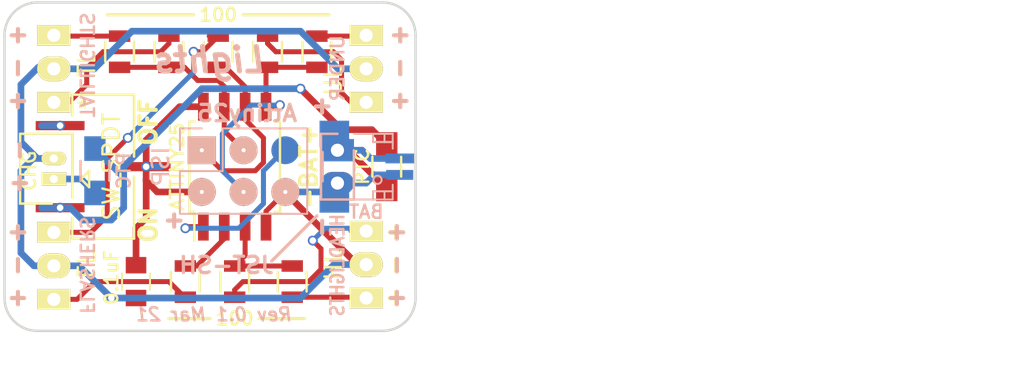
<source format=kicad_pcb>
(kicad_pcb (version 4) (host pcbnew 4.0.2+dfsg1-stable)

  (general
    (links 39)
    (no_connects 0)
    (area 143.924999 85.924999 169.075001 106.075001)
    (thickness 1.6)
    (drawings 37)
    (tracks 172)
    (zones 0)
    (modules 21)
    (nets 21)
  )

  (page A)
  (title_block
    (title "Beetje 32U4 Blok")
    (date 2018-08-10)
    (rev 0.0)
    (company www.MakersBox.us)
    (comment 1 648.ken@gmail.com)
  )

  (layers
    (0 F.Cu signal)
    (31 B.Cu signal)
    (32 B.Adhes user)
    (33 F.Adhes user)
    (34 B.Paste user)
    (35 F.Paste user)
    (36 B.SilkS user)
    (37 F.SilkS user)
    (38 B.Mask user)
    (39 F.Mask user)
    (40 Dwgs.User user)
    (41 Cmts.User user)
    (42 Eco1.User user)
    (43 Eco2.User user)
    (44 Edge.Cuts user)
    (45 Margin user)
    (46 B.CrtYd user)
    (47 F.CrtYd user)
    (48 B.Fab user)
    (49 F.Fab user)
  )

  (setup
    (last_trace_width 0.25)
    (user_trace_width 0.254)
    (user_trace_width 0.3048)
    (user_trace_width 0.4064)
    (user_trace_width 0.6096)
    (trace_clearance 0.2)
    (zone_clearance 0.508)
    (zone_45_only no)
    (trace_min 0.2)
    (segment_width 0.2)
    (edge_width 0.15)
    (via_size 0.6)
    (via_drill 0.4)
    (via_min_size 0.4)
    (via_min_drill 0.3)
    (uvia_size 0.3)
    (uvia_drill 0.1)
    (uvias_allowed no)
    (uvia_min_size 0.2)
    (uvia_min_drill 0.1)
    (pcb_text_width 0.3)
    (pcb_text_size 1.5 1.5)
    (mod_edge_width 0.15)
    (mod_text_size 1 1)
    (mod_text_width 0.15)
    (pad_size 2 1.35)
    (pad_drill 0.8)
    (pad_to_mask_clearance 0)
    (aux_axis_origin 0 0)
    (visible_elements 7FFFFFFF)
    (pcbplotparams
      (layerselection 0x00030_80000001)
      (usegerberextensions false)
      (excludeedgelayer true)
      (linewidth 0.100000)
      (plotframeref false)
      (viasonmask false)
      (mode 1)
      (useauxorigin false)
      (hpglpennumber 1)
      (hpglpenspeed 20)
      (hpglpendiameter 15)
      (hpglpenoverlay 2)
      (psnegative false)
      (psa4output false)
      (plotreference true)
      (plotvalue true)
      (plotinvisibletext false)
      (padsonsilk false)
      (subtractmaskfromsilk false)
      (outputformat 1)
      (mirror false)
      (drillshape 1)
      (scaleselection 1)
      (outputdirectory ""))
  )

  (net 0 "")
  (net 1 GND)
  (net 2 "Net-(J6-Pad1)")
  (net 3 "Net-(J8-Pad1)")
  (net 4 VCC)
  (net 5 /RESET)
  (net 6 /D1)
  (net 7 /D2)
  (net 8 /D0)
  (net 9 /D3)
  (net 10 /D4)
  (net 11 "Net-(J2-Pad1)")
  (net 12 "Net-(J4-Pad1)")
  (net 13 "Net-(J2-Pad3)")
  (net 14 "Net-(J4-Pad3)")
  (net 15 "Net-(J6-Pad3)")
  (net 16 "Net-(J8-Pad3)")
  (net 17 "Net-(SW1-Pad1)")
  (net 18 "Net-(F1-Pad1)")
  (net 19 "Net-(F1-Pad2)")
  (net 20 "Net-(F2-Pad1)")

  (net_class Default "This is the default net class."
    (clearance 0.2)
    (trace_width 0.25)
    (via_dia 0.6)
    (via_drill 0.4)
    (uvia_dia 0.3)
    (uvia_drill 0.1)
    (add_net /D0)
    (add_net /D1)
    (add_net /D2)
    (add_net /D3)
    (add_net /D4)
    (add_net /RESET)
    (add_net GND)
    (add_net "Net-(F1-Pad1)")
    (add_net "Net-(F1-Pad2)")
    (add_net "Net-(F2-Pad1)")
    (add_net "Net-(J2-Pad1)")
    (add_net "Net-(J2-Pad3)")
    (add_net "Net-(J4-Pad1)")
    (add_net "Net-(J4-Pad3)")
    (add_net "Net-(J6-Pad1)")
    (add_net "Net-(J6-Pad3)")
    (add_net "Net-(J8-Pad1)")
    (add_net "Net-(J8-Pad3)")
    (add_net "Net-(SW1-Pad1)")
    (add_net VCC)
  )

  (module footprints:PIN_HEADER_LED (layer B.Cu) (tedit 6041CF37) (tstamp 60357F5B)
    (at 164.25 95 180)
    (descr "Through hole straight pin header, 1x02, 2.00mm pitch, single row")
    (tags "Through hole pin header THT 1x02 2.00mm single row")
    (path /60347008)
    (fp_text reference J3 (at 0 2.06 180) (layer B.SilkS) hide
      (effects (font (size 1 1) (thickness 0.15)) (justify mirror))
    )
    (fp_text value BAT (at -1.75 -3.75 180) (layer B.SilkS)
      (effects (font (size 0.8 0.8) (thickness 0.15)) (justify mirror))
    )
    (fp_line (start -1 0) (end -1 -3) (layer B.SilkS) (width 0.15))
    (fp_line (start -1 -3) (end 1 -3) (layer B.SilkS) (width 0.15))
    (fp_line (start 1 -3) (end 1 1) (layer B.SilkS) (width 0.15))
    (fp_line (start 1 1) (end 0 1) (layer B.SilkS) (width 0.15))
    (fp_line (start -0.5 1) (end 1 1) (layer B.Fab) (width 0.1))
    (fp_line (start 1 1) (end 1 -3) (layer B.Fab) (width 0.1))
    (fp_line (start 1 -3) (end -1 -3) (layer B.Fab) (width 0.1))
    (fp_line (start -1 -3) (end -1 0.5) (layer B.Fab) (width 0.1))
    (fp_line (start -1 0.5) (end -0.5 1) (layer B.Fab) (width 0.1))
    (fp_line (start -1.5 1.5) (end -1.5 -3.5) (layer B.CrtYd) (width 0.05))
    (fp_line (start -1.5 -3.5) (end 1.5 -3.5) (layer B.CrtYd) (width 0.05))
    (fp_line (start 1.5 -3.5) (end 1.5 1.5) (layer B.CrtYd) (width 0.05))
    (fp_line (start 1.5 1.5) (end -1.5 1.5) (layer B.CrtYd) (width 0.05))
    (fp_text user %R (at 0 -1 450) (layer B.Fab)
      (effects (font (size 1 1) (thickness 0.15)) (justify mirror))
    )
    (pad 1 thru_hole rect (at 0 0 180) (size 2 1.35) (drill 0.8) (layers *.Cu *.Mask)
      (net 18 "Net-(F1-Pad1)"))
    (pad 2 thru_hole oval (at 0 -2 180) (size 2 1.35) (drill 0.8) (layers *.Cu *.Mask)
      (net 1 GND))
    (model ${KISYS3DMOD}/Pin_Headers.3dshapes/Pin_Header_Straight_1x02_Pitch2.00mm.wrl
      (at (xyz 0 0 0))
      (scale (xyz 1 1 1))
      (rotate (xyz 0 0 0))
    )
  )

  (module footprints:JST_SH_SM02B_hand_solder (layer B.Cu) (tedit 6041D3AA) (tstamp 60425510)
    (at 166 96 90)
    (descr http://www.jst-mfg.com/product/pdf/eng/eSH.pdf)
    (tags "connector jst sh")
    (path /6041C3A6)
    (attr smd)
    (fp_text reference J5 (at -0.5 4 90) (layer B.SilkS) hide
      (effects (font (size 1 1) (thickness 0.15)) (justify mirror))
    )
    (fp_text value JST-SH (at 0 -4.5 90) (layer B.Fab)
      (effects (font (size 1 1) (thickness 0.15)) (justify mirror))
    )
    (fp_circle (center -0.8 0.6875) (end -0.55 0.6875) (layer B.SilkS) (width 0.12))
    (fp_line (start -0.9 -2.6375) (end 0.9 -2.6375) (layer B.SilkS) (width 0.12))
    (fp_line (start -2 -0.7375) (end -2 1.6125) (layer B.SilkS) (width 0.12))
    (fp_line (start -2 1.6125) (end -1.1 1.6125) (layer B.SilkS) (width 0.12))
    (fp_line (start -1.5 1.6125) (end -1.5 0.4125) (layer B.SilkS) (width 0.12))
    (fp_line (start -1.5 0.4125) (end -1.5 0.4125) (layer B.SilkS) (width 0.12))
    (fp_line (start -1.5 0.4125) (end -1.5 1.6125) (layer B.SilkS) (width 0.12))
    (fp_line (start -1.5 1.6125) (end -1.5 1.6125) (layer B.SilkS) (width 0.12))
    (fp_line (start -1.5 1.1125) (end -1.5 1.1125) (layer B.SilkS) (width 0.12))
    (fp_line (start -1.5 1.1125) (end -2 1.1125) (layer B.SilkS) (width 0.12))
    (fp_line (start -2 1.1125) (end -2 1.1125) (layer B.SilkS) (width 0.12))
    (fp_line (start -2 1.1125) (end -1.5 1.1125) (layer B.SilkS) (width 0.12))
    (fp_line (start -1.5 0.4125) (end -1.5 0.4125) (layer B.SilkS) (width 0.12))
    (fp_line (start -1.5 0.4125) (end -2 0.4125) (layer B.SilkS) (width 0.12))
    (fp_line (start -2 0.4125) (end -2 0.4125) (layer B.SilkS) (width 0.12))
    (fp_line (start -2 0.4125) (end -1.5 0.4125) (layer B.SilkS) (width 0.12))
    (fp_line (start 2 -0.7375) (end 2 1.6125) (layer B.SilkS) (width 0.12))
    (fp_line (start 2 1.6125) (end 1.1 1.6125) (layer B.SilkS) (width 0.12))
    (fp_line (start 1.5 1.6125) (end 1.5 0.4125) (layer B.SilkS) (width 0.12))
    (fp_line (start 1.5 0.4125) (end 1.5 0.4125) (layer B.SilkS) (width 0.12))
    (fp_line (start 1.5 0.4125) (end 1.5 1.6125) (layer B.SilkS) (width 0.12))
    (fp_line (start 1.5 1.6125) (end 1.5 1.6125) (layer B.SilkS) (width 0.12))
    (fp_line (start 1.5 1.1125) (end 1.5 1.1125) (layer B.SilkS) (width 0.12))
    (fp_line (start 1.5 1.1125) (end 2 1.1125) (layer B.SilkS) (width 0.12))
    (fp_line (start 2 1.1125) (end 2 1.1125) (layer B.SilkS) (width 0.12))
    (fp_line (start 2 1.1125) (end 1.5 1.1125) (layer B.SilkS) (width 0.12))
    (fp_line (start 1.5 0.4125) (end 1.5 0.4125) (layer B.SilkS) (width 0.12))
    (fp_line (start 1.5 0.4125) (end 2 0.4125) (layer B.SilkS) (width 0.12))
    (fp_line (start 2 0.4125) (end 2 0.4125) (layer B.SilkS) (width 0.12))
    (fp_line (start 2 0.4125) (end 1.5 0.4125) (layer B.SilkS) (width 0.12))
    (fp_line (start -2.9 -3.35) (end -2.9 3.25) (layer B.CrtYd) (width 0.05))
    (fp_line (start -2.9 3.25) (end 2.9 3.25) (layer B.CrtYd) (width 0.05))
    (fp_line (start 2.9 3.25) (end 2.9 -3.35) (layer B.CrtYd) (width 0.05))
    (fp_line (start 2.9 -3.35) (end -2.9 -3.35) (layer B.CrtYd) (width 0.05))
    (pad 1 smd rect (at -0.5 2.0375 90) (size 0.6 1.65) (layers B.Cu B.Paste B.Mask)
      (net 1 GND))
    (pad 2 smd rect (at 0.5 2.0375 90) (size 0.6 1.75) (layers B.Cu B.Paste B.Mask)
      (net 18 "Net-(F1-Pad1)"))
    (pad 1 smd rect (at -2 -1.9375 90) (size 1.6 1.8) (layers B.Cu B.Paste B.Mask)
      (net 1 GND))
    (pad 2 smd rect (at 2 -1.9375 90) (size 1.6 1.8) (layers B.Cu B.Paste B.Mask)
      (net 18 "Net-(F1-Pad1)"))
  )

  (module footprints:R_0805 (layer F.Cu) (tedit 60346D15) (tstamp 603339E8)
    (at 151 89 90)
    (descr "Resistor SMD 0805, reflow soldering, Vishay (see dcrcw.pdf)")
    (tags "resistor 0805")
    (path /5EA72640)
    (attr smd)
    (fp_text reference R1 (at 0 -2.1 90) (layer F.Fab)
      (effects (font (size 1 1) (thickness 0.15)))
    )
    (fp_text value 100 (at 0 2.1 90) (layer F.SilkS) hide
      (effects (font (size 0.8 0.8) (thickness 0.15)))
    )
    (fp_line (start -1.6 -1) (end 1.6 -1) (layer F.CrtYd) (width 0.05))
    (fp_line (start -1.6 1) (end 1.6 1) (layer F.CrtYd) (width 0.05))
    (fp_line (start -1.6 -1) (end -1.6 1) (layer F.CrtYd) (width 0.05))
    (fp_line (start 1.6 -1) (end 1.6 1) (layer F.CrtYd) (width 0.05))
    (fp_line (start 0.6 0.875) (end -0.6 0.875) (layer F.SilkS) (width 0.15))
    (fp_line (start -0.6 -0.875) (end 0.6 -0.875) (layer F.SilkS) (width 0.15))
    (pad 1 smd rect (at -0.95 0 90) (size 0.7 1.3) (layers F.Cu F.Paste F.Mask)
      (net 7 /D2))
    (pad 2 smd rect (at 0.95 0 90) (size 0.7 1.3) (layers F.Cu F.Paste F.Mask)
      (net 11 "Net-(J2-Pad1)"))
    (model Resistors_SMD.3dshapes/R_0805.wrl
      (at (xyz 0 0 0))
      (scale (xyz 1 1 1))
      (rotate (xyz 0 0 0))
    )
  )

  (module footprints:R_0805 (layer F.Cu) (tedit 60346CF3) (tstamp 60333A5F)
    (at 155 103 270)
    (descr "Resistor SMD 0805, reflow soldering, Vishay (see dcrcw.pdf)")
    (tags "resistor 0805")
    (path /6033C148)
    (attr smd)
    (fp_text reference R8 (at 0 -2.1 270) (layer F.Fab)
      (effects (font (size 1 1) (thickness 0.15)))
    )
    (fp_text value 100 (at 0 2.1 270) (layer F.SilkS) hide
      (effects (font (size 0.8 0.8) (thickness 0.15)))
    )
    (fp_line (start -1.6 -1) (end 1.6 -1) (layer F.CrtYd) (width 0.05))
    (fp_line (start -1.6 1) (end 1.6 1) (layer F.CrtYd) (width 0.05))
    (fp_line (start -1.6 -1) (end -1.6 1) (layer F.CrtYd) (width 0.05))
    (fp_line (start 1.6 -1) (end 1.6 1) (layer F.CrtYd) (width 0.05))
    (fp_line (start 0.6 0.875) (end -0.6 0.875) (layer F.SilkS) (width 0.15))
    (fp_line (start -0.6 -0.875) (end 0.6 -0.875) (layer F.SilkS) (width 0.15))
    (pad 1 smd rect (at -0.95 0 270) (size 0.7 1.3) (layers F.Cu F.Paste F.Mask)
      (net 9 /D3))
    (pad 2 smd rect (at 0.95 0 270) (size 0.7 1.3) (layers F.Cu F.Paste F.Mask)
      (net 16 "Net-(J8-Pad3)"))
    (model Resistors_SMD.3dshapes/R_0805.wrl
      (at (xyz 0 0 0))
      (scale (xyz 1 1 1))
      (rotate (xyz 0 0 0))
    )
  )

  (module footprints:R_0805 (layer F.Cu) (tedit 60346D18) (tstamp 60333A4E)
    (at 157 89 90)
    (descr "Resistor SMD 0805, reflow soldering, Vishay (see dcrcw.pdf)")
    (tags "resistor 0805")
    (path /6033C142)
    (attr smd)
    (fp_text reference R7 (at 0 -2.1 90) (layer F.Fab)
      (effects (font (size 1 1) (thickness 0.15)))
    )
    (fp_text value 100 (at 0 2.1 90) (layer F.SilkS) hide
      (effects (font (size 0.8 0.8) (thickness 0.15)))
    )
    (fp_line (start -1.6 -1) (end 1.6 -1) (layer F.CrtYd) (width 0.05))
    (fp_line (start -1.6 1) (end 1.6 1) (layer F.CrtYd) (width 0.05))
    (fp_line (start -1.6 -1) (end -1.6 1) (layer F.CrtYd) (width 0.05))
    (fp_line (start 1.6 -1) (end 1.6 1) (layer F.CrtYd) (width 0.05))
    (fp_line (start 0.6 0.875) (end -0.6 0.875) (layer F.SilkS) (width 0.15))
    (fp_line (start -0.6 -0.875) (end 0.6 -0.875) (layer F.SilkS) (width 0.15))
    (pad 1 smd rect (at -0.95 0 90) (size 0.7 1.3) (layers F.Cu F.Paste F.Mask)
      (net 6 /D1))
    (pad 2 smd rect (at 0.95 0 90) (size 0.7 1.3) (layers F.Cu F.Paste F.Mask)
      (net 3 "Net-(J8-Pad1)"))
    (model Resistors_SMD.3dshapes/R_0805.wrl
      (at (xyz 0 0 0))
      (scale (xyz 1 1 1))
      (rotate (xyz 0 0 0))
    )
  )

  (module footprints:R_0805 (layer F.Cu) (tedit 60346D1C) (tstamp 60333A3D)
    (at 160 89 90)
    (descr "Resistor SMD 0805, reflow soldering, Vishay (see dcrcw.pdf)")
    (tags "resistor 0805")
    (path /6033C13C)
    (attr smd)
    (fp_text reference R6 (at 0 -2.1 90) (layer F.Fab)
      (effects (font (size 1 1) (thickness 0.15)))
    )
    (fp_text value 100 (at 0 2.1 90) (layer F.SilkS) hide
      (effects (font (size 0.8 0.8) (thickness 0.15)))
    )
    (fp_line (start -1.6 -1) (end 1.6 -1) (layer F.CrtYd) (width 0.05))
    (fp_line (start -1.6 1) (end 1.6 1) (layer F.CrtYd) (width 0.05))
    (fp_line (start -1.6 -1) (end -1.6 1) (layer F.CrtYd) (width 0.05))
    (fp_line (start 1.6 -1) (end 1.6 1) (layer F.CrtYd) (width 0.05))
    (fp_line (start 0.6 0.875) (end -0.6 0.875) (layer F.SilkS) (width 0.15))
    (fp_line (start -0.6 -0.875) (end 0.6 -0.875) (layer F.SilkS) (width 0.15))
    (pad 1 smd rect (at -0.95 0 90) (size 0.7 1.3) (layers F.Cu F.Paste F.Mask)
      (net 8 /D0))
    (pad 2 smd rect (at 0.95 0 90) (size 0.7 1.3) (layers F.Cu F.Paste F.Mask)
      (net 15 "Net-(J6-Pad3)"))
    (model Resistors_SMD.3dshapes/R_0805.wrl
      (at (xyz 0 0 0))
      (scale (xyz 1 1 1))
      (rotate (xyz 0 0 0))
    )
  )

  (module footprints:R_0805 (layer F.Cu) (tedit 60346DAF) (tstamp 60333A2C)
    (at 163 89 90)
    (descr "Resistor SMD 0805, reflow soldering, Vishay (see dcrcw.pdf)")
    (tags "resistor 0805")
    (path /6033C136)
    (attr smd)
    (fp_text reference R5 (at 0 -2.1 90) (layer F.Fab)
      (effects (font (size 1 1) (thickness 0.15)))
    )
    (fp_text value 100 (at 0 2.1 90) (layer F.SilkS) hide
      (effects (font (size 0.8 0.8) (thickness 0.15)))
    )
    (fp_line (start -1.6 -1) (end 1.6 -1) (layer F.CrtYd) (width 0.05))
    (fp_line (start -1.6 1) (end 1.6 1) (layer F.CrtYd) (width 0.05))
    (fp_line (start -1.6 -1) (end -1.6 1) (layer F.CrtYd) (width 0.05))
    (fp_line (start 1.6 -1) (end 1.6 1) (layer F.CrtYd) (width 0.05))
    (fp_line (start 0.6 0.875) (end -0.6 0.875) (layer F.SilkS) (width 0.15))
    (fp_line (start -0.6 -0.875) (end 0.6 -0.875) (layer F.SilkS) (width 0.15))
    (pad 1 smd rect (at -0.95 0 90) (size 0.7 1.3) (layers F.Cu F.Paste F.Mask)
      (net 8 /D0))
    (pad 2 smd rect (at 0.95 0 90) (size 0.7 1.3) (layers F.Cu F.Paste F.Mask)
      (net 2 "Net-(J6-Pad1)"))
    (model Resistors_SMD.3dshapes/R_0805.wrl
      (at (xyz 0 0 0))
      (scale (xyz 1 1 1))
      (rotate (xyz 0 0 0))
    )
  )

  (module footprints:R_0805 (layer F.Cu) (tedit 60346CE8) (tstamp 60333A1B)
    (at 158 103 270)
    (descr "Resistor SMD 0805, reflow soldering, Vishay (see dcrcw.pdf)")
    (tags "resistor 0805")
    (path /5EA727AD)
    (attr smd)
    (fp_text reference R4 (at 0 -2.1 270) (layer F.Fab)
      (effects (font (size 1 1) (thickness 0.15)))
    )
    (fp_text value 100 (at 2.25 0 360) (layer F.SilkS)
      (effects (font (size 0.8 0.8) (thickness 0.15)))
    )
    (fp_line (start -1.6 -1) (end 1.6 -1) (layer F.CrtYd) (width 0.05))
    (fp_line (start -1.6 1) (end 1.6 1) (layer F.CrtYd) (width 0.05))
    (fp_line (start -1.6 -1) (end -1.6 1) (layer F.CrtYd) (width 0.05))
    (fp_line (start 1.6 -1) (end 1.6 1) (layer F.CrtYd) (width 0.05))
    (fp_line (start 0.6 0.875) (end -0.6 0.875) (layer F.SilkS) (width 0.15))
    (fp_line (start -0.6 -0.875) (end 0.6 -0.875) (layer F.SilkS) (width 0.15))
    (pad 1 smd rect (at -0.95 0 270) (size 0.7 1.3) (layers F.Cu F.Paste F.Mask)
      (net 10 /D4))
    (pad 2 smd rect (at 0.95 0 270) (size 0.7 1.3) (layers F.Cu F.Paste F.Mask)
      (net 14 "Net-(J4-Pad3)"))
    (model Resistors_SMD.3dshapes/R_0805.wrl
      (at (xyz 0 0 0))
      (scale (xyz 1 1 1))
      (rotate (xyz 0 0 0))
    )
  )

  (module footprints:R_0805 (layer F.Cu) (tedit 60346CEE) (tstamp 60333A0A)
    (at 161.5 103 270)
    (descr "Resistor SMD 0805, reflow soldering, Vishay (see dcrcw.pdf)")
    (tags "resistor 0805")
    (path /5EA72763)
    (attr smd)
    (fp_text reference R3 (at 0 -2.1 270) (layer F.Fab)
      (effects (font (size 1 1) (thickness 0.15)))
    )
    (fp_text value 100 (at 0 2.1 270) (layer F.SilkS) hide
      (effects (font (size 0.8 0.8) (thickness 0.15)))
    )
    (fp_line (start -1.6 -1) (end 1.6 -1) (layer F.CrtYd) (width 0.05))
    (fp_line (start -1.6 1) (end 1.6 1) (layer F.CrtYd) (width 0.05))
    (fp_line (start -1.6 -1) (end -1.6 1) (layer F.CrtYd) (width 0.05))
    (fp_line (start 1.6 -1) (end 1.6 1) (layer F.CrtYd) (width 0.05))
    (fp_line (start 0.6 0.875) (end -0.6 0.875) (layer F.SilkS) (width 0.15))
    (fp_line (start -0.6 -0.875) (end 0.6 -0.875) (layer F.SilkS) (width 0.15))
    (pad 1 smd rect (at -0.95 0 270) (size 0.7 1.3) (layers F.Cu F.Paste F.Mask)
      (net 10 /D4))
    (pad 2 smd rect (at 0.95 0 270) (size 0.7 1.3) (layers F.Cu F.Paste F.Mask)
      (net 12 "Net-(J4-Pad1)"))
    (model Resistors_SMD.3dshapes/R_0805.wrl
      (at (xyz 0 0 0))
      (scale (xyz 1 1 1))
      (rotate (xyz 0 0 0))
    )
  )

  (module footprints:R_0805 (layer F.Cu) (tedit 60346D10) (tstamp 603339F9)
    (at 154 89 90)
    (descr "Resistor SMD 0805, reflow soldering, Vishay (see dcrcw.pdf)")
    (tags "resistor 0805")
    (path /5EA726D2)
    (attr smd)
    (fp_text reference R2 (at 0 -2.1 90) (layer F.Fab)
      (effects (font (size 1 1) (thickness 0.15)))
    )
    (fp_text value 100 (at 2.25 3 180) (layer F.SilkS)
      (effects (font (size 0.8 0.8) (thickness 0.15)))
    )
    (fp_line (start -1.6 -1) (end 1.6 -1) (layer F.CrtYd) (width 0.05))
    (fp_line (start -1.6 1) (end 1.6 1) (layer F.CrtYd) (width 0.05))
    (fp_line (start -1.6 -1) (end -1.6 1) (layer F.CrtYd) (width 0.05))
    (fp_line (start 1.6 -1) (end 1.6 1) (layer F.CrtYd) (width 0.05))
    (fp_line (start 0.6 0.875) (end -0.6 0.875) (layer F.SilkS) (width 0.15))
    (fp_line (start -0.6 -0.875) (end 0.6 -0.875) (layer F.SilkS) (width 0.15))
    (pad 1 smd rect (at -0.95 0 90) (size 0.7 1.3) (layers F.Cu F.Paste F.Mask)
      (net 7 /D2))
    (pad 2 smd rect (at 0.95 0 90) (size 0.7 1.3) (layers F.Cu F.Paste F.Mask)
      (net 13 "Net-(J2-Pad3)"))
    (model Resistors_SMD.3dshapes/R_0805.wrl
      (at (xyz 0 0 0))
      (scale (xyz 1 1 1))
      (rotate (xyz 0 0 0))
    )
  )

  (module footprints:C_0805 (layer F.Cu) (tedit 6041C16D) (tstamp 603338D2)
    (at 152 103 270)
    (descr "Capacitor SMD 0805, reflow soldering, AVX (see smccp.pdf)")
    (tags "capacitor 0805")
    (path /5B77416F)
    (attr smd)
    (fp_text reference C1 (at 1.25 1.5 270) (layer F.SilkS) hide
      (effects (font (size 1 1) (thickness 0.15)))
    )
    (fp_text value 0.1uF (at -0.25 1.5 450) (layer F.SilkS)
      (effects (font (size 0.8 0.8) (thickness 0.15)))
    )
    (fp_text user %R (at 0 -1.5 270) (layer F.Fab)
      (effects (font (size 1 1) (thickness 0.15)))
    )
    (fp_line (start -1 0.62) (end -1 -0.62) (layer F.Fab) (width 0.1))
    (fp_line (start 1 0.62) (end -1 0.62) (layer F.Fab) (width 0.1))
    (fp_line (start 1 -0.62) (end 1 0.62) (layer F.Fab) (width 0.1))
    (fp_line (start -1 -0.62) (end 1 -0.62) (layer F.Fab) (width 0.1))
    (fp_line (start 0.5 -0.85) (end -0.5 -0.85) (layer F.SilkS) (width 0.12))
    (fp_line (start -0.5 0.85) (end 0.5 0.85) (layer F.SilkS) (width 0.12))
    (fp_line (start -1.75 -0.88) (end 1.75 -0.88) (layer F.CrtYd) (width 0.05))
    (fp_line (start -1.75 -0.88) (end -1.75 0.87) (layer F.CrtYd) (width 0.05))
    (fp_line (start 1.75 0.87) (end 1.75 -0.88) (layer F.CrtYd) (width 0.05))
    (fp_line (start 1.75 0.87) (end -1.75 0.87) (layer F.CrtYd) (width 0.05))
    (pad 1 smd rect (at -1 0 270) (size 1 1.25) (layers F.Cu F.Paste F.Mask)
      (net 4 VCC))
    (pad 2 smd rect (at 1 0 270) (size 1 1.25) (layers F.Cu F.Paste F.Mask)
      (net 1 GND))
    (model Capacitors_SMD.3dshapes/C_0805.wrl
      (at (xyz 0 0 0))
      (scale (xyz 1 1 1))
      (rotate (xyz 0 0 0))
    )
  )

  (module footprints:Pin_Header_Straight_2x03_Pitch2.54mm (layer B.Cu) (tedit 6041C2EC) (tstamp 603338EE)
    (at 156 95 270)
    (descr "Through hole straight pin header, 2x03, 2.54mm pitch, double rows")
    (tags "Through hole pin header THT 2x03 2.54mm double row")
    (path /5ED19E25)
    (fp_text reference CON1 (at 1.27 2.33 270) (layer B.SilkS) hide
      (effects (font (size 1 1) (thickness 0.15)) (justify mirror))
    )
    (fp_text value ISP (at 1 2.5 270) (layer B.SilkS)
      (effects (font (size 1 1) (thickness 0.15)) (justify mirror))
    )
    (fp_line (start 0 1.27) (end 3.81 1.27) (layer B.Fab) (width 0.1))
    (fp_line (start 3.81 1.27) (end 3.81 -6.35) (layer B.Fab) (width 0.1))
    (fp_line (start 3.81 -6.35) (end -1.27 -6.35) (layer B.Fab) (width 0.1))
    (fp_line (start -1.27 -6.35) (end -1.27 0) (layer B.Fab) (width 0.1))
    (fp_line (start -1.27 0) (end 0 1.27) (layer B.Fab) (width 0.1))
    (fp_line (start -1.33 -6.41) (end 3.87 -6.41) (layer B.SilkS) (width 0.12))
    (fp_line (start -1.33 -1.27) (end -1.33 -6.41) (layer B.SilkS) (width 0.12))
    (fp_line (start 3.87 1.33) (end 3.87 -6.41) (layer B.SilkS) (width 0.12))
    (fp_line (start -1.33 -1.27) (end 1.27 -1.27) (layer B.SilkS) (width 0.12))
    (fp_line (start 1.27 -1.27) (end 1.27 1.33) (layer B.SilkS) (width 0.12))
    (fp_line (start 1.27 1.33) (end 3.87 1.33) (layer B.SilkS) (width 0.12))
    (fp_line (start -1.33 0) (end -1.33 1.33) (layer B.SilkS) (width 0.12))
    (fp_line (start -1.33 1.33) (end 0 1.33) (layer B.SilkS) (width 0.12))
    (fp_line (start -1.8 1.8) (end -1.8 -6.85) (layer B.CrtYd) (width 0.05))
    (fp_line (start -1.8 -6.85) (end 4.35 -6.85) (layer B.CrtYd) (width 0.05))
    (fp_line (start 4.35 -6.85) (end 4.35 1.8) (layer B.CrtYd) (width 0.05))
    (fp_line (start 4.35 1.8) (end -1.8 1.8) (layer B.CrtYd) (width 0.05))
    (fp_text user %R (at 1.27 -2.54 540) (layer B.Fab)
      (effects (font (size 1 1) (thickness 0.15)) (justify mirror))
    )
    (pad 1 thru_hole rect (at 0 0 270) (size 1.7 1.7) (drill 0.25) (layers *.Cu B.SilkS B.Mask)
      (net 6 /D1))
    (pad 2 thru_hole oval (at 2.54 0 270) (size 1.7 1.7) (drill 0.25) (layers *.Cu B.SilkS B.Mask)
      (net 4 VCC))
    (pad 3 thru_hole oval (at 0 -2.54 270) (size 1.7 1.7) (drill 0.25) (layers *.Cu B.SilkS B.Mask)
      (net 7 /D2))
    (pad 4 thru_hole oval (at 2.54 -2.54 270) (size 1.7 1.7) (drill 0.25) (layers *.Cu B.SilkS B.Mask)
      (net 8 /D0))
    (pad 5 smd oval (at 0 -5.08 270) (size 1.7 1.7) (layers B.Cu B.Paste B.Mask)
      (net 5 /RESET))
    (pad 6 thru_hole oval (at 2.54 -5.08 270) (size 1.7 1.7) (drill 0.25) (layers *.Cu B.SilkS B.Mask)
      (net 1 GND))
  )

  (module footprints:SOIJ-8_5.3x5.3mm_Pitch1.27mm (layer F.Cu) (tedit 60347634) (tstamp 60333905)
    (at 158 96 90)
    (descr "8-Lead Plastic Small Outline (SM) - Medium, 5.28 mm Body [SOIC] (see Microchip Packaging Specification 00000049BS.pdf)")
    (tags "SOIC 1.27")
    (path /60332EE4)
    (attr smd)
    (fp_text reference IC1 (at 0 -3.68 90) (layer F.SilkS) hide
      (effects (font (size 1 1) (thickness 0.15)))
    )
    (fp_text value ATTINY25 (at 0 -3.5 90) (layer F.SilkS)
      (effects (font (size 0.8 0.8) (thickness 0.15)))
    )
    (fp_line (start -4.75 -2.95) (end -4.75 2.95) (layer F.CrtYd) (width 0.05))
    (fp_line (start 4.75 -2.95) (end 4.75 2.95) (layer F.CrtYd) (width 0.05))
    (fp_line (start -4.75 -2.95) (end 4.75 -2.95) (layer F.CrtYd) (width 0.05))
    (fp_line (start -4.75 2.95) (end 4.75 2.95) (layer F.CrtYd) (width 0.05))
    (fp_line (start -2.75 -2.755) (end -2.75 -2.455) (layer F.SilkS) (width 0.15))
    (fp_line (start 2.75 -2.755) (end 2.75 -2.455) (layer F.SilkS) (width 0.15))
    (fp_line (start 2.75 2.755) (end 2.75 2.455) (layer F.SilkS) (width 0.15))
    (fp_line (start -2.75 2.755) (end -2.75 2.455) (layer F.SilkS) (width 0.15))
    (fp_line (start -2.75 -2.755) (end 2.75 -2.755) (layer F.SilkS) (width 0.15))
    (fp_line (start -2.75 2.755) (end 2.75 2.755) (layer F.SilkS) (width 0.15))
    (fp_line (start -2.75 -2.455) (end -4.5 -2.455) (layer F.SilkS) (width 0.15))
    (pad 1 smd rect (at -3.65 -1.905 90) (size 1.7 0.65) (layers F.Cu F.Paste F.Mask)
      (net 5 /RESET))
    (pad 2 smd rect (at -3.65 -0.635 90) (size 1.7 0.65) (layers F.Cu F.Paste F.Mask)
      (net 9 /D3))
    (pad 3 smd rect (at -3.65 0.635 90) (size 1.7 0.65) (layers F.Cu F.Paste F.Mask)
      (net 10 /D4))
    (pad 4 smd rect (at -3.65 1.905 90) (size 1.7 0.65) (layers F.Cu F.Paste F.Mask)
      (net 1 GND))
    (pad 5 smd rect (at 3.65 1.905 90) (size 1.7 0.65) (layers F.Cu F.Paste F.Mask)
      (net 8 /D0))
    (pad 6 smd rect (at 3.65 0.635 90) (size 1.7 0.65) (layers F.Cu F.Paste F.Mask)
      (net 6 /D1))
    (pad 7 smd rect (at 3.65 -0.635 90) (size 1.7 0.65) (layers F.Cu F.Paste F.Mask)
      (net 7 /D2))
    (pad 8 smd rect (at 3.65 -1.905 90) (size 1.7 0.65) (layers F.Cu F.Paste F.Mask)
      (net 4 VCC))
    (model Housings_SOIC.3dshapes/SOIJ-8_5.3x5.3mm_Pitch1.27mm.wrl
      (at (xyz 0 0 0))
      (scale (xyz 1 1 1))
      (rotate (xyz 0 0 0))
    )
  )

  (module footprints:Connector_Molex_PicoBlade_53047-0210 (layer F.Cu) (tedit 6041C13B) (tstamp 6033516F)
    (at 147 96.75 90)
    (descr "Molex PicoBlade 1.25mm shrouded header. Vertical. 2 ways")
    (path /5B7F07B5)
    (fp_text reference J1 (at 1 3.25 90) (layer F.SilkS) hide
      (effects (font (size 1 1) (thickness 0.15)))
    )
    (fp_text value CHG (at 0.5 -1.5 90) (layer F.SilkS)
      (effects (font (size 0.8 0.8) (thickness 0.15)))
    )
    (fp_line (start -1.5 -0.12) (end -1.5 -2.05) (layer F.SilkS) (width 0.15))
    (fp_line (start -1.5 -2.05) (end 2.75 -2.05) (layer F.SilkS) (width 0.15))
    (fp_line (start 2.75 -2.05) (end 2.75 1.15) (layer F.SilkS) (width 0.15))
    (fp_line (start 2.75 1.15) (end -0.23 1.15) (layer F.SilkS) (width 0.15))
    (fp_line (start 0 1.65) (end 0.5 2.15) (layer F.SilkS) (width 0.15))
    (fp_line (start 0.5 2.15) (end -0.5 2.15) (layer F.SilkS) (width 0.15))
    (fp_line (start -0.5 2.15) (end 0 1.65) (layer F.SilkS) (width 0.15))
    (fp_line (start -0.23 1.15) (end -1.5 -0.12) (layer F.Fab) (width 0.2))
    (fp_line (start -1.5 -0.12) (end -1.5 -2.05) (layer F.Fab) (width 0.2))
    (fp_line (start -1.5 -2.05) (end 2.75 -2.05) (layer F.Fab) (width 0.2))
    (fp_line (start 2.75 -2.05) (end 2.75 1.15) (layer F.Fab) (width 0.2))
    (fp_line (start 2.75 1.15) (end -0.23 1.15) (layer F.Fab) (width 0.2))
    (pad 1 thru_hole rect (at 0 0 90) (size 0.8 1.5) (drill 0.5) (layers *.Cu *.Mask F.SilkS)
      (net 20 "Net-(F2-Pad1)"))
    (pad 2 thru_hole oval (at 1.25 0 90) (size 0.8 1.5) (drill 0.5) (layers *.Cu *.Mask F.SilkS)
      (net 1 GND))
    (model Connectors_Molex.3dshapes/Connector_Molex_PicoBlade_53047-0210.wrl
      (at (xyz 0.024606 0 0))
      (scale (xyz 1 1 1))
      (rotate (xyz 0 0 180))
    )
  )

  (module footprints:JS102011SCQN (layer F.Cu) (tedit 6041C156) (tstamp 60333A88)
    (at 150 96)
    (path /5B9534D5)
    (fp_text reference SW1 (at 0 0) (layer F.SilkS) hide
      (effects (font (size 1 1) (thickness 0.15)))
    )
    (fp_text value SW_SPDT (at 0.5 0 270) (layer F.SilkS)
      (effects (font (size 1 1) (thickness 0.15)))
    )
    (fp_text user "Copyright 2016 Accelerated Designs. All rights reserved." (at 0 0) (layer Cmts.User)
      (effects (font (size 0.127 0.127) (thickness 0.002)))
    )
    (fp_text user * (at -1.25 -3.5) (layer F.SilkS)
      (effects (font (size 1 1) (thickness 0.15)))
    )
    (fp_text user * (at -1.3716 -2.6778) (layer F.Fab)
      (effects (font (size 1 1) (thickness 0.15)))
    )
    (fp_text user * (at -1.3716 -2.6778) (layer F.Fab)
      (effects (font (size 1 1) (thickness 0.15)))
    )
    (fp_text user * (at -1.25 -3.5) (layer F.SilkS)
      (effects (font (size 1 1) (thickness 0.15)))
    )
    (fp_line (start -1.7526 -2.246) (end -1.7526 -2.754) (layer F.Fab) (width 0.1524))
    (fp_line (start -1.7526 -2.754) (end -3.7465 -2.754) (layer F.Fab) (width 0.1524))
    (fp_line (start -3.7465 -2.754) (end -3.7465 -2.246) (layer F.Fab) (width 0.1524))
    (fp_line (start -3.7465 -2.246) (end -1.7526 -2.246) (layer F.Fab) (width 0.1524))
    (fp_line (start -1.7526 2.754) (end -1.7526 2.246) (layer F.Fab) (width 0.1524))
    (fp_line (start -1.7526 2.246) (end -3.7465 2.246) (layer F.Fab) (width 0.1524))
    (fp_line (start -3.7465 2.246) (end -3.7465 2.754) (layer F.Fab) (width 0.1524))
    (fp_line (start -3.7465 2.754) (end -1.7526 2.754) (layer F.Fab) (width 0.1524))
    (fp_line (start 1.7526 -0.254) (end 1.7526 0.254) (layer F.Fab) (width 0.1524))
    (fp_line (start 1.7526 0.254) (end 3.7465 0.254) (layer F.Fab) (width 0.1524))
    (fp_line (start 3.7465 0.254) (end 3.7465 -0.254) (layer F.Fab) (width 0.1524))
    (fp_line (start 3.7465 -0.254) (end 1.7526 -0.254) (layer F.Fab) (width 0.1524))
    (fp_line (start -0.8001 0.8001) (end -0.8001 -0.8001) (layer F.Fab) (width 0.1524))
    (fp_line (start -0.8001 -0.8001) (end 0.8001 -0.8001) (layer F.Fab) (width 0.1524))
    (fp_line (start 0.8001 -0.8001) (end 0.8001 0.8001) (layer F.Fab) (width 0.1524))
    (fp_line (start 0.8001 0.8001) (end -0.8001 0.8001) (layer F.Fab) (width 0.1524))
    (fp_line (start -1.8796 4.3815) (end 1.8796 4.3815) (layer F.SilkS) (width 0.1524))
    (fp_line (start 1.8796 4.3815) (end 1.8796 0.61214) (layer F.SilkS) (width 0.1524))
    (fp_line (start 1.8796 -4.3815) (end -1.8796 -4.3815) (layer F.SilkS) (width 0.1524))
    (fp_line (start -1.8796 -4.3815) (end -1.8796 -3.11214) (layer F.SilkS) (width 0.1524))
    (fp_line (start -1.7526 4.2545) (end 1.7526 4.2545) (layer F.Fab) (width 0.1524))
    (fp_line (start 1.7526 4.2545) (end 1.7526 -4.2545) (layer F.Fab) (width 0.1524))
    (fp_line (start 1.7526 -4.2545) (end -1.7526 -4.2545) (layer F.Fab) (width 0.1524))
    (fp_line (start -1.7526 -4.2545) (end -1.7526 4.2545) (layer F.Fab) (width 0.1524))
    (fp_line (start -1.8796 -1.88786) (end -1.8796 1.88786) (layer F.SilkS) (width 0.1524))
    (fp_line (start -1.8796 3.11214) (end -1.8796 4.3815) (layer F.SilkS) (width 0.1524))
    (fp_line (start 1.8796 -0.61214) (end 1.8796 -4.3815) (layer F.SilkS) (width 0.1524))
    (fp_line (start -2.0066 4.5085) (end -2.0066 3.008) (layer F.CrtYd) (width 0.1524))
    (fp_line (start -2.0066 3.008) (end -4.2545 3.008) (layer F.CrtYd) (width 0.1524))
    (fp_line (start -4.2545 3.008) (end -4.2545 -3.008) (layer F.CrtYd) (width 0.1524))
    (fp_line (start -4.2545 -3.008) (end -2.0066 -3.008) (layer F.CrtYd) (width 0.1524))
    (fp_line (start -2.0066 -3.008) (end -2.0066 -4.5085) (layer F.CrtYd) (width 0.1524))
    (fp_line (start -2.0066 -4.5085) (end 2.0066 -4.5085) (layer F.CrtYd) (width 0.1524))
    (fp_line (start 2.0066 -4.5085) (end 2.0066 -3.008) (layer F.CrtYd) (width 0.1524))
    (fp_line (start 2.0066 -3.008) (end 4.2545 -3.008) (layer F.CrtYd) (width 0.1524))
    (fp_line (start 4.2545 -3.008) (end 4.2545 3.008) (layer F.CrtYd) (width 0.1524))
    (fp_line (start 4.2545 3.008) (end 2.0066 3.008) (layer F.CrtYd) (width 0.1524))
    (fp_line (start 2.0066 3.008) (end 2.0066 4.5085) (layer F.CrtYd) (width 0.1524))
    (fp_line (start 2.0066 4.5085) (end -2.0066 4.5085) (layer F.CrtYd) (width 0.1524))
    (fp_arc (start 0 -4.2545) (end 0.3048 -4.2545) (angle 180) (layer F.Fab) (width 0.1524))
    (pad 1 smd rect (at -2.6162 -2.5) (size 2.9718 0.5588) (layers F.Cu F.Paste F.Mask)
      (net 17 "Net-(SW1-Pad1)"))
    (pad 3 smd rect (at -2.6162 2.5) (size 2.9718 0.5588) (layers F.Cu F.Paste F.Mask)
      (net 19 "Net-(F1-Pad2)"))
    (pad 2 smd rect (at 2.6162 0) (size 2.9718 0.5588) (layers F.Cu F.Paste F.Mask)
      (net 4 VCC))
  )

  (module footprints:Pin_Header_THD_1x03 (layer F.Cu) (tedit 603474E7) (tstamp 6034B440)
    (at 166 104 180)
    (descr "Through hole pin header")
    (tags "pin header")
    (path /6034517D)
    (fp_text reference J4 (at 0 -1 180) (layer F.Fab)
      (effects (font (size 1 1) (thickness 0.15)))
    )
    (fp_text value HL (at 2 2 270) (layer F.SilkS)
      (effects (font (size 1 1) (thickness 0.15)))
    )
    (fp_line (start -1.75 -1.75) (end -1.75 6.85) (layer F.CrtYd) (width 0.05))
    (fp_line (start 1.75 -1.75) (end 1.75 6.85) (layer F.CrtYd) (width 0.05))
    (fp_line (start -1.75 -1.75) (end 1.75 -1.75) (layer F.CrtYd) (width 0.05))
    (fp_line (start -1.75 6.85) (end 1.75 6.85) (layer F.CrtYd) (width 0.05))
    (pad 1 thru_hole rect (at 0 0 180) (size 2.032 1.25) (drill 0.8) (layers *.Cu *.Mask F.SilkS)
      (net 12 "Net-(J4-Pad1)"))
    (pad 2 thru_hole oval (at 0 2.04 180) (size 2.032 1.5) (drill 0.8) (layers *.Cu *.Mask F.SilkS)
      (net 1 GND))
    (pad 3 thru_hole rect (at 0 4.08 180) (size 2.032 1.25) (drill 0.8) (layers *.Cu *.Mask F.SilkS)
      (net 14 "Net-(J4-Pad3)"))
    (model Pin_Headers.3dshapes/Pin_Header_Straight_1x03.wrl
      (at (xyz 0 -0.1 0))
      (scale (xyz 1 1 1))
      (rotate (xyz 0 0 90))
    )
  )

  (module footprints:Pin_Header_THD_1x03 (layer F.Cu) (tedit 603474DA) (tstamp 6034B435)
    (at 147 88)
    (descr "Through hole pin header")
    (tags "pin header")
    (path /6034473D)
    (fp_text reference J2 (at 0 -1) (layer F.Fab)
      (effects (font (size 1 1) (thickness 0.15)))
    )
    (fp_text value TL (at 2 1.75 270) (layer F.SilkS)
      (effects (font (size 1 1) (thickness 0.15)))
    )
    (fp_line (start -1.75 -1.75) (end -1.75 6.85) (layer F.CrtYd) (width 0.05))
    (fp_line (start 1.75 -1.75) (end 1.75 6.85) (layer F.CrtYd) (width 0.05))
    (fp_line (start -1.75 -1.75) (end 1.75 -1.75) (layer F.CrtYd) (width 0.05))
    (fp_line (start -1.75 6.85) (end 1.75 6.85) (layer F.CrtYd) (width 0.05))
    (pad 1 thru_hole rect (at 0 0) (size 2.032 1.25) (drill 0.8) (layers *.Cu *.Mask F.SilkS)
      (net 11 "Net-(J2-Pad1)"))
    (pad 2 thru_hole oval (at 0 2.04) (size 2.032 1.5) (drill 0.8) (layers *.Cu *.Mask F.SilkS)
      (net 1 GND))
    (pad 3 thru_hole rect (at 0 4.08) (size 2.032 1.25) (drill 0.8) (layers *.Cu *.Mask F.SilkS)
      (net 13 "Net-(J2-Pad3)"))
    (model Pin_Headers.3dshapes/Pin_Header_Straight_1x03.wrl
      (at (xyz 0 -0.1 0))
      (scale (xyz 1 1 1))
      (rotate (xyz 0 0 90))
    )
  )

  (module footprints:Pin_Header_THD_1x03 (layer F.Cu) (tedit 603474D3) (tstamp 6034B549)
    (at 147 100)
    (descr "Through hole pin header")
    (tags "pin header")
    (path /60345696)
    (fp_text reference J8 (at 0 -1) (layer F.Fab)
      (effects (font (size 1 1) (thickness 0.15)))
    )
    (fp_text value FL (at 2 2 90) (layer F.SilkS)
      (effects (font (size 1 1) (thickness 0.15)))
    )
    (fp_line (start -1.75 -1.75) (end -1.75 6.85) (layer F.CrtYd) (width 0.05))
    (fp_line (start 1.75 -1.75) (end 1.75 6.85) (layer F.CrtYd) (width 0.05))
    (fp_line (start -1.75 -1.75) (end 1.75 -1.75) (layer F.CrtYd) (width 0.05))
    (fp_line (start -1.75 6.85) (end 1.75 6.85) (layer F.CrtYd) (width 0.05))
    (pad 1 thru_hole rect (at 0 0) (size 2.032 1.25) (drill 0.8) (layers *.Cu *.Mask F.SilkS)
      (net 3 "Net-(J8-Pad1)"))
    (pad 2 thru_hole oval (at 0 2.04) (size 2.032 1.5) (drill 0.8) (layers *.Cu *.Mask F.SilkS)
      (net 1 GND))
    (pad 3 thru_hole rect (at 0 4.08) (size 2.032 1.25) (drill 0.8) (layers *.Cu *.Mask F.SilkS)
      (net 16 "Net-(J8-Pad3)"))
    (model Pin_Headers.3dshapes/Pin_Header_Straight_1x03.wrl
      (at (xyz 0 -0.1 0))
      (scale (xyz 1 1 1))
      (rotate (xyz 0 0 90))
    )
  )

  (module footprints:Pin_Header_THD_1x03 (layer F.Cu) (tedit 603474E3) (tstamp 6034B44B)
    (at 166 88)
    (descr "Through hole pin header")
    (tags "pin header")
    (path /603453CB)
    (fp_text reference J6 (at 0 -1) (layer F.Fab)
      (effects (font (size 1 1) (thickness 0.15)))
    )
    (fp_text value UL (at -2 2.75 90) (layer F.SilkS)
      (effects (font (size 1 1) (thickness 0.15)))
    )
    (fp_line (start -1.75 -1.75) (end -1.75 6.85) (layer F.CrtYd) (width 0.05))
    (fp_line (start 1.75 -1.75) (end 1.75 6.85) (layer F.CrtYd) (width 0.05))
    (fp_line (start -1.75 -1.75) (end 1.75 -1.75) (layer F.CrtYd) (width 0.05))
    (fp_line (start -1.75 6.85) (end 1.75 6.85) (layer F.CrtYd) (width 0.05))
    (pad 1 thru_hole rect (at 0 0) (size 2.032 1.25) (drill 0.8) (layers *.Cu *.Mask F.SilkS)
      (net 2 "Net-(J6-Pad1)"))
    (pad 2 thru_hole oval (at 0 2.04) (size 2.032 1.5) (drill 0.8) (layers *.Cu *.Mask F.SilkS)
      (net 1 GND))
    (pad 3 thru_hole rect (at 0 4.08) (size 2.032 1.25) (drill 0.8) (layers *.Cu *.Mask F.SilkS)
      (net 15 "Net-(J6-Pad3)"))
    (model Pin_Headers.3dshapes/Pin_Header_Straight_1x03.wrl
      (at (xyz 0 -0.1 0))
      (scale (xyz 1 1 1))
      (rotate (xyz 0 0 90))
    )
  )

  (module footprints:R_0805_HandSoldering (layer F.Cu) (tedit 60426915) (tstamp 6042BFEF)
    (at 167.25 96 90)
    (descr "Resistor SMD 0805, hand soldering")
    (tags "resistor 0805")
    (path /604282C7)
    (attr smd)
    (fp_text reference F1 (at 0 -2.1 90) (layer F.SilkS) hide
      (effects (font (size 1 1) (thickness 0.15)))
    )
    (fp_text value PTC (at 0 -1.5 90) (layer F.SilkS)
      (effects (font (size 0.8 0.8) (thickness 0.15)))
    )
    (fp_line (start -2.4 -1) (end 2.4 -1) (layer F.CrtYd) (width 0.05))
    (fp_line (start -2.4 1) (end 2.4 1) (layer F.CrtYd) (width 0.05))
    (fp_line (start -2.4 -1) (end -2.4 1) (layer F.CrtYd) (width 0.05))
    (fp_line (start 2.4 -1) (end 2.4 1) (layer F.CrtYd) (width 0.05))
    (fp_line (start 0.6 0.875) (end -0.6 0.875) (layer F.SilkS) (width 0.15))
    (fp_line (start -0.6 -0.875) (end 0.6 -0.875) (layer F.SilkS) (width 0.15))
    (pad 1 smd rect (at -1.35 0 90) (size 1.5 1.3) (layers F.Cu F.Paste F.Mask)
      (net 18 "Net-(F1-Pad1)"))
    (pad 2 smd rect (at 1.35 0 90) (size 1.5 1.3) (layers F.Cu F.Paste F.Mask)
      (net 19 "Net-(F1-Pad2)"))
    (model Resistors_SMD.3dshapes/R_0805_HandSoldering.wrl
      (at (xyz 0 0 0))
      (scale (xyz 1 1 1))
      (rotate (xyz 0 0 0))
    )
  )

  (module footprints:R_0805_HandSoldering (layer B.Cu) (tedit 604269B0) (tstamp 6042BFFB)
    (at 149.5 96.25 90)
    (descr "Resistor SMD 0805, hand soldering")
    (tags "resistor 0805")
    (path /6042844A)
    (attr smd)
    (fp_text reference F2 (at 0 2.1 90) (layer B.SilkS) hide
      (effects (font (size 1 1) (thickness 0.15)) (justify mirror))
    )
    (fp_text value PTC (at 0 1.75 90) (layer B.SilkS)
      (effects (font (size 0.8 0.8) (thickness 0.15)) (justify mirror))
    )
    (fp_line (start -2.4 1) (end 2.4 1) (layer B.CrtYd) (width 0.05))
    (fp_line (start -2.4 -1) (end 2.4 -1) (layer B.CrtYd) (width 0.05))
    (fp_line (start -2.4 1) (end -2.4 -1) (layer B.CrtYd) (width 0.05))
    (fp_line (start 2.4 1) (end 2.4 -1) (layer B.CrtYd) (width 0.05))
    (fp_line (start 0.6 -0.875) (end -0.6 -0.875) (layer B.SilkS) (width 0.15))
    (fp_line (start -0.6 0.875) (end 0.6 0.875) (layer B.SilkS) (width 0.15))
    (pad 1 smd rect (at -1.35 0 90) (size 1.5 1.3) (layers B.Cu B.Paste B.Mask)
      (net 20 "Net-(F2-Pad1)"))
    (pad 2 smd rect (at 1.35 0 90) (size 1.5 1.3) (layers B.Cu B.Paste B.Mask)
      (net 19 "Net-(F1-Pad2)"))
    (model Resistors_SMD.3dshapes/R_0805_HandSoldering.wrl
      (at (xyz 0 0 0))
      (scale (xyz 1 1 1))
      (rotate (xyz 0 0 0))
    )
  )

  (gr_text "JST-PH connect will fit, but\nneed to verify polarity." (at 183.75 88.5) (layer Dwgs.User)
    (effects (font (size 1 1) (thickness 0.25)) (justify left))
  )
  (gr_text "ON     OFF" (at 152.75 96.25 90) (layer F.SilkS)
    (effects (font (size 1 1) (thickness 0.25)))
  )
  (gr_line (start 163 99) (end 160.25 101.75) (angle 90) (layer B.SilkS) (width 0.2))
  (gr_text JST-SH (at 157.5 102) (layer B.SilkS)
    (effects (font (size 1 1) (thickness 0.2)) (justify mirror))
  )
  (gr_text Attiny25 (at 158.75 92.75) (layer B.SilkS)
    (effects (font (size 1 1) (thickness 0.2)) (justify mirror))
  )
  (gr_text -BAT+ (at 162.5 96 90) (layer F.SilkS)
    (effects (font (size 1 1) (thickness 0.2)))
  )
  (gr_text "+        -" (at 163.25 96 90) (layer B.SilkS)
    (effects (font (size 1 1) (thickness 0.25)) (justify mirror))
  )
  (gr_text "+ " (at 154.25 98.5 90) (layer B.SilkS)
    (effects (font (size 1 1) (thickness 0.25)) (justify left mirror))
  )
  (gr_text TAILLIGHTS (at 149 89.8 270) (layer B.SilkS)
    (effects (font (size 0.8 0.8) (thickness 0.15)) (justify mirror))
  )
  (gr_text UNDER (at 164.25 90 90) (layer B.SilkS)
    (effects (font (size 0.8 0.8) (thickness 0.15)) (justify mirror))
  )
  (gr_text HEADLIGHTS (at 164.25 102 90) (layer B.SilkS)
    (effects (font (size 0.8 0.7) (thickness 0.15)) (justify mirror))
  )
  (gr_text FLASHERS (at 149 102 270) (layer B.SilkS)
    (effects (font (size 0.8 0.8) (thickness 0.15)) (justify mirror))
  )
  (gr_text "+ - +" (at 168 90 90) (layer B.SilkS)
    (effects (font (size 1 1) (thickness 0.25)))
  )
  (gr_text "+ - +" (at 144.75 90 90) (layer B.SilkS)
    (effects (font (size 1 1) (thickness 0.25)))
  )
  (gr_text "+ - +" (at 144.75 102 90) (layer B.SilkS)
    (effects (font (size 1 1) (thickness 0.25)))
  )
  (gr_text "+ - +" (at 167.8 102 90) (layer B.SilkS)
    (effects (font (size 1 1) (thickness 0.25)))
  )
  (gr_text "Rev 0.1 Mar 21" (at 156.75 105) (layer B.SilkS)
    (effects (font (size 0.8 0.8) (thickness 0.15) italic) (justify mirror))
  )
  (gr_text Lights (at 156.5 89.5) (layer B.SilkS)
    (effects (font (size 1.5 1.5) (thickness 0.3) italic) (justify mirror))
  )
  (gr_line (start 144 88) (end 144 104) (angle 90) (layer Edge.Cuts) (width 0.15))
  (gr_line (start 167 86) (end 146 86) (angle 90) (layer Edge.Cuts) (width 0.15))
  (gr_line (start 169 104) (end 169 88) (angle 90) (layer Edge.Cuts) (width 0.15))
  (gr_line (start 146 106) (end 167 106) (angle 90) (layer Edge.Cuts) (width 0.15))
  (gr_arc (start 167 88) (end 167 86) (angle 90) (layer Edge.Cuts) (width 0.15))
  (gr_arc (start 167 104) (end 169 104) (angle 90) (layer Edge.Cuts) (width 0.15))
  (gr_arc (start 146 104) (end 146 106) (angle 90) (layer Edge.Cuts) (width 0.15))
  (gr_arc (start 146 88) (end 144 88) (angle 90) (layer Edge.Cuts) (width 0.15))
  (gr_text "+ -" (at 145 96 270) (layer B.SilkS)
    (effects (font (size 1 1) (thickness 0.25)) (justify mirror))
  )
  (gr_text "+ - +" (at 167.75 102 90) (layer F.SilkS)
    (effects (font (size 1 1) (thickness 0.25)))
  )
  (gr_text "+ - +" (at 168 90 90) (layer F.SilkS)
    (effects (font (size 1 1) (thickness 0.25)))
  )
  (gr_text "+ - +" (at 144.75 90 90) (layer F.SilkS)
    (effects (font (size 1 1) (thickness 0.25)))
  )
  (gr_text "+ - +" (at 144.75 102 90) (layer F.SilkS)
    (effects (font (size 1 1) (thickness 0.25)))
  )
  (gr_line (start 158.5 86.75) (end 163.75 86.75) (angle 90) (layer F.SilkS) (width 0.2))
  (gr_line (start 155.5 86.75) (end 150.25 86.75) (angle 90) (layer F.SilkS) (width 0.2))
  (gr_line (start 156.5 105.25) (end 154 105.25) (angle 90) (layer F.SilkS) (width 0.2))
  (gr_line (start 159.5 105.25) (end 162.25 105.25) (angle 90) (layer F.SilkS) (width 0.2))
  (dimension 20 (width 0.3) (layer Dwgs.User)
    (gr_text "20.000 mm" (at 173.35 96 90) (layer Dwgs.User)
      (effects (font (size 1.5 1.5) (thickness 0.3)))
    )
    (feature1 (pts (xy 169 86) (xy 174.7 86)))
    (feature2 (pts (xy 169 106) (xy 174.7 106)))
    (crossbar (pts (xy 172 106) (xy 172 86)))
    (arrow1a (pts (xy 172 86) (xy 172.586421 87.126504)))
    (arrow1b (pts (xy 172 86) (xy 171.413579 87.126504)))
    (arrow2a (pts (xy 172 106) (xy 172.586421 104.873496)))
    (arrow2b (pts (xy 172 106) (xy 171.413579 104.873496)))
  )
  (dimension 25 (width 0.3) (layer Dwgs.User)
    (gr_text "25.000 mm" (at 156.5 110.35) (layer Dwgs.User)
      (effects (font (size 1.5 1.5) (thickness 0.3)))
    )
    (feature1 (pts (xy 169 106) (xy 169 111.7)))
    (feature2 (pts (xy 144 106) (xy 144 111.7)))
    (crossbar (pts (xy 144 109) (xy 169 109)))
    (arrow1a (pts (xy 169 109) (xy 167.873496 109.586421)))
    (arrow1b (pts (xy 169 109) (xy 167.873496 108.413579)))
    (arrow2a (pts (xy 144 109) (xy 145.126504 109.586421)))
    (arrow2b (pts (xy 144 109) (xy 145.126504 108.413579)))
  )

  (segment (start 146 95.5) (end 145.75 95.5) (width 0.4064) (layer B.Cu) (net 1))
  (segment (start 145.79 102.04) (end 147 102.04) (width 0.4064) (layer B.Cu) (net 1) (tstamp 6042C098))
  (segment (start 145 101.25) (end 145.79 102.04) (width 0.4064) (layer B.Cu) (net 1) (tstamp 6042C097))
  (segment (start 145 96.25) (end 145 101.25) (width 0.4064) (layer B.Cu) (net 1) (tstamp 6042C096))
  (segment (start 145.75 95.5) (end 145 96.25) (width 0.4064) (layer B.Cu) (net 1) (tstamp 6042C095))
  (segment (start 164.25 97) (end 165 97) (width 0.4064) (layer F.Cu) (net 1))
  (segment (start 161.08 97.54) (end 163.71 97.54) (width 0.4064) (layer B.Cu) (net 1))
  (segment (start 163.71 97.54) (end 164.25 97) (width 0.4064) (layer B.Cu) (net 1) (tstamp 6042592B))
  (segment (start 145 91) (end 146.04 89.96) (width 0.4064) (layer B.Cu) (net 1) (tstamp 603553A5))
  (segment (start 161.08 97.54) (end 161.08 97.58) (width 0.4064) (layer F.Cu) (net 1))
  (segment (start 161.08 97.58) (end 165.46 101.96) (width 0.4064) (layer F.Cu) (net 1) (tstamp 60358D66))
  (segment (start 165.46 101.96) (end 166 101.96) (width 0.4064) (layer F.Cu) (net 1) (tstamp 60358D67))
  (segment (start 147 90.04) (end 149.46 90.04) (width 0.4064) (layer B.Cu) (net 1))
  (segment (start 164.29 90.04) (end 166 90.04) (width 0.4064) (layer B.Cu) (net 1) (tstamp 60358D55))
  (segment (start 162 87.75) (end 164.29 90.04) (width 0.4064) (layer B.Cu) (net 1) (tstamp 60358D53))
  (segment (start 151.75 87.75) (end 162 87.75) (width 0.4064) (layer B.Cu) (net 1) (tstamp 60358D51))
  (segment (start 149.46 90.04) (end 151.75 87.75) (width 0.4064) (layer B.Cu) (net 1) (tstamp 60358D4F))
  (segment (start 152 104) (end 150.5 104) (width 0.3048) (layer F.Cu) (net 1))
  (via (at 150.5 104) (size 0.6) (drill 0.4) (layers F.Cu B.Cu) (net 1))
  (segment (start 166 101.96) (end 164.04 101.96) (width 0.4064) (layer B.Cu) (net 1))
  (segment (start 148.54 102.04) (end 147 102.04) (width 0.4064) (layer B.Cu) (net 1) (tstamp 60355453))
  (segment (start 150.5 104) (end 148.54 102.04) (width 0.4064) (layer B.Cu) (net 1) (tstamp 60355451))
  (segment (start 162 104) (end 150.5 104) (width 0.4064) (layer B.Cu) (net 1) (tstamp 6035544F))
  (segment (start 164.04 101.96) (end 162 104) (width 0.4064) (layer B.Cu) (net 1) (tstamp 6035544D))
  (segment (start 146.04 89.96) (end 147 89.96) (width 0.4064) (layer B.Cu) (net 1) (tstamp 603553A6))
  (segment (start 159.905 99.65) (end 159.905 98.715) (width 0.3048) (layer F.Cu) (net 1))
  (segment (start 159.905 98.715) (end 161.08 97.54) (width 0.3048) (layer F.Cu) (net 1) (tstamp 60354A7F))
  (segment (start 147 95.5) (end 146 95.5) (width 0.4064) (layer B.Cu) (net 1))
  (segment (start 145 94.5) (end 145 91) (width 0.4064) (layer B.Cu) (net 1) (tstamp 603553A4))
  (segment (start 145.75 95.25) (end 145 94.5) (width 0.4064) (layer B.Cu) (net 1))
  (segment (start 146 95.5) (end 145.75 95.25) (width 0.4064) (layer B.Cu) (net 1) (tstamp 6041CCC0))
  (segment (start 168.0375 96.5) (end 166.5 96.5) (width 0.4064) (layer B.Cu) (net 1))
  (segment (start 166.5 96.5) (end 166 97) (width 0.4064) (layer B.Cu) (net 1) (tstamp 6042587B))
  (segment (start 164.25 97) (end 164.25 97.8125) (width 0.4064) (layer B.Cu) (net 1))
  (segment (start 164.25 97.8125) (end 164.0625 98) (width 0.4064) (layer B.Cu) (net 1) (tstamp 60425877))
  (segment (start 166 97) (end 164.25 97) (width 0.4064) (layer B.Cu) (net 1) (tstamp 6042587C))
  (segment (start 163 88.05) (end 165.95 88.05) (width 0.3048) (layer F.Cu) (net 2))
  (segment (start 165.95 88.05) (end 166 88) (width 0.3048) (layer F.Cu) (net 2) (tstamp 60354A0E))
  (segment (start 155.5 89) (end 155.5 90.25) (width 0.3048) (layer B.Cu) (net 3))
  (segment (start 157 88.05) (end 156.05 89) (width 0.3048) (layer F.Cu) (net 3))
  (segment (start 156.05 89) (end 155.5 89) (width 0.3048) (layer F.Cu) (net 3) (tstamp 60358D7D))
  (via (at 155.5 89) (size 0.6) (drill 0.4) (layers F.Cu B.Cu) (net 3))
  (segment (start 150.25 99) (end 149.25 100) (width 0.3048) (layer F.Cu) (net 3) (tstamp 604259A8))
  (segment (start 150.25 95.5) (end 150.25 99) (width 0.3048) (layer F.Cu) (net 3) (tstamp 604259A6))
  (segment (start 151.5 94.25) (end 150.25 95.5) (width 0.3048) (layer F.Cu) (net 3) (tstamp 604259A5))
  (via (at 151.5 94.25) (size 0.6) (drill 0.4) (layers F.Cu B.Cu) (net 3))
  (segment (start 155.5 90.25) (end 151.5 94.25) (width 0.3048) (layer B.Cu) (net 3) (tstamp 604259A2))
  (segment (start 149.25 100) (end 147 100) (width 0.3048) (layer F.Cu) (net 3) (tstamp 604259AB))
  (segment (start 157 88.05) (end 156.45 88.05) (width 0.3048) (layer F.Cu) (net 3))
  (segment (start 152.6162 96) (end 153.5 96) (width 0.4064) (layer B.Cu) (net 4))
  (segment (start 152.6162 96.75) (end 152.6162 96) (width 0.4064) (layer F.Cu) (net 4))
  (via (at 152.6162 96) (size 0.6) (drill 0.4) (layers F.Cu B.Cu) (net 4))
  (segment (start 152.6162 96) (end 152.5 96) (width 0.4064) (layer B.Cu) (net 4) (tstamp 6041CCF7))
  (segment (start 152.6162 96.75) (end 152.6162 99.1338) (width 0.4064) (layer F.Cu) (net 4))
  (segment (start 152 99.75) (end 152 102) (width 0.4064) (layer F.Cu) (net 4) (tstamp 6041CCF2))
  (segment (start 152.6162 99.1338) (end 152 99.75) (width 0.4064) (layer F.Cu) (net 4) (tstamp 6041CCF1))
  (segment (start 154 97.54) (end 153.29 97.54) (width 0.4064) (layer F.Cu) (net 4))
  (segment (start 152.6162 96.8662) (end 152.6162 96.75) (width 0.4064) (layer F.Cu) (net 4) (tstamp 6041CCEB))
  (segment (start 153.29 97.54) (end 152.6162 96.8662) (width 0.4064) (layer F.Cu) (net 4) (tstamp 6041CCEA))
  (segment (start 156.095 92.35) (end 154.65 92.35) (width 0.4064) (layer F.Cu) (net 4))
  (segment (start 154.65 92.35) (end 152.6162 94.3838) (width 0.4064) (layer F.Cu) (net 4) (tstamp 6041CCE6))
  (segment (start 152.6162 94.3838) (end 152.6162 96) (width 0.4064) (layer F.Cu) (net 4) (tstamp 6041CCE7))
  (segment (start 156 97.54) (end 154 97.54) (width 0.4064) (layer F.Cu) (net 4))
  (segment (start 161.08 95) (end 161 95) (width 0.3048) (layer B.Cu) (net 5))
  (segment (start 161 95) (end 159.75 96.25) (width 0.3048) (layer B.Cu) (net 5) (tstamp 60354AD8))
  (segment (start 159.75 96.25) (end 159.75 98.25) (width 0.3048) (layer B.Cu) (net 5) (tstamp 60354AD9))
  (segment (start 159.75 98.25) (end 158.25 99.75) (width 0.3048) (layer B.Cu) (net 5) (tstamp 60354ADB))
  (segment (start 158.25 99.75) (end 155 99.75) (width 0.3048) (layer B.Cu) (net 5) (tstamp 60354ADC))
  (via (at 155 99.75) (size 0.6) (drill 0.4) (layers F.Cu B.Cu) (net 5))
  (segment (start 155 99.75) (end 155.1 99.65) (width 0.3048) (layer F.Cu) (net 5) (tstamp 60354ADF))
  (segment (start 155.1 99.65) (end 156.095 99.65) (width 0.3048) (layer F.Cu) (net 5) (tstamp 60354AE0))
  (segment (start 156 95) (end 157.25 96.25) (width 0.3048) (layer F.Cu) (net 6))
  (segment (start 159.75 94.25) (end 158.635 93.135) (width 0.3048) (layer F.Cu) (net 6) (tstamp 60354AC5))
  (segment (start 159.75 95.75) (end 159.75 94.25) (width 0.3048) (layer F.Cu) (net 6) (tstamp 60354AC4))
  (segment (start 159.25 96.25) (end 159.75 95.75) (width 0.3048) (layer F.Cu) (net 6) (tstamp 60354AC3))
  (segment (start 157.25 96.25) (end 159.25 96.25) (width 0.3048) (layer F.Cu) (net 6) (tstamp 60354AC2))
  (segment (start 158.635 93.135) (end 158.635 92.35) (width 0.3048) (layer F.Cu) (net 6) (tstamp 60354AC6))
  (segment (start 158.635 92.35) (end 158.635 91.135) (width 0.3048) (layer F.Cu) (net 6))
  (segment (start 158.635 91.135) (end 157.45 89.95) (width 0.3048) (layer F.Cu) (net 6) (tstamp 603549FF))
  (segment (start 157.45 89.95) (end 157 89.95) (width 0.3048) (layer F.Cu) (net 6) (tstamp 60354A00))
  (segment (start 157 90.75) (end 155.75 90.75) (width 0.3048) (layer F.Cu) (net 7) (tstamp 603549F6))
  (segment (start 157.365 91.115) (end 157 90.75) (width 0.3048) (layer F.Cu) (net 7) (tstamp 603549F5))
  (segment (start 155.75 90.75) (end 154.95 89.95) (width 0.3048) (layer F.Cu) (net 7) (tstamp 603549F7))
  (segment (start 154 89.95) (end 151 89.95) (width 0.3048) (layer F.Cu) (net 7))
  (segment (start 157.365 92.35) (end 157.365 91.115) (width 0.3048) (layer F.Cu) (net 7))
  (segment (start 154.95 89.95) (end 154 89.95) (width 0.3048) (layer F.Cu) (net 7) (tstamp 603549F8))
  (segment (start 157.365 92.35) (end 157.365 93.825) (width 0.3048) (layer F.Cu) (net 7))
  (segment (start 157.365 93.825) (end 158.54 95) (width 0.3048) (layer F.Cu) (net 7) (tstamp 603549F2))
  (segment (start 158.54 97.54) (end 157.25 96.25) (width 0.3048) (layer B.Cu) (net 8))
  (segment (start 159 92.25) (end 160.75 92.25) (width 0.3048) (layer B.Cu) (net 8) (tstamp 60354AD3))
  (segment (start 157.25 94) (end 159 92.25) (width 0.3048) (layer B.Cu) (net 8) (tstamp 60354AD2))
  (segment (start 157.25 96.25) (end 157.25 94) (width 0.3048) (layer B.Cu) (net 8) (tstamp 60354AD1))
  (segment (start 158.54 97.54) (end 158.96 97.54) (width 0.3048) (layer B.Cu) (net 8))
  (segment (start 160.65 92.35) (end 159.905 92.35) (width 0.3048) (layer F.Cu) (net 8) (tstamp 60354ACE))
  (via (at 160.75 92.25) (size 0.6) (drill 0.4) (layers F.Cu B.Cu) (net 8))
  (segment (start 160.75 92.25) (end 160.65 92.35) (width 0.3048) (layer F.Cu) (net 8) (tstamp 60354ACD))
  (segment (start 160 89.95) (end 163 89.95) (width 0.3048) (layer F.Cu) (net 8))
  (segment (start 159.905 92.35) (end 159.905 90.045) (width 0.3048) (layer F.Cu) (net 8))
  (segment (start 159.905 90.045) (end 160 89.95) (width 0.3048) (layer F.Cu) (net 8) (tstamp 60354A09))
  (segment (start 158.54 97.54) (end 158.54 97.21) (width 0.3048) (layer F.Cu) (net 8))
  (segment (start 157.365 99.65) (end 157.365 100.385) (width 0.3048) (layer F.Cu) (net 9))
  (segment (start 157.365 100.385) (end 155.7 102.05) (width 0.3048) (layer F.Cu) (net 9) (tstamp 60354AE3))
  (segment (start 155.7 102.05) (end 155 102.05) (width 0.3048) (layer F.Cu) (net 9) (tstamp 60354AE4))
  (segment (start 158 102.05) (end 161.5 102.05) (width 0.3048) (layer F.Cu) (net 10))
  (segment (start 158.635 99.65) (end 158.635 101.415) (width 0.3048) (layer F.Cu) (net 10))
  (segment (start 158.635 101.415) (end 158 102.05) (width 0.3048) (layer F.Cu) (net 10) (tstamp 60354AE7))
  (segment (start 151 88.05) (end 147.05 88.05) (width 0.3048) (layer F.Cu) (net 11))
  (segment (start 147.05 88.05) (end 147 88) (width 0.3048) (layer F.Cu) (net 11) (tstamp 603553B5))
  (segment (start 161.5 103.95) (end 165.95 103.95) (width 0.3048) (layer F.Cu) (net 12))
  (segment (start 165.95 103.95) (end 166 104) (width 0.3048) (layer F.Cu) (net 12) (tstamp 60355376))
  (segment (start 154 88.05) (end 154 88.5) (width 0.3048) (layer F.Cu) (net 13))
  (segment (start 149 91) (end 147.92 92.08) (width 0.3048) (layer F.Cu) (net 13) (tstamp 603553BE))
  (segment (start 149 90) (end 149 91) (width 0.3048) (layer F.Cu) (net 13) (tstamp 603553BD))
  (segment (start 150 89) (end 149 90) (width 0.3048) (layer F.Cu) (net 13) (tstamp 603553BC))
  (segment (start 153.5 89) (end 150 89) (width 0.3048) (layer F.Cu) (net 13) (tstamp 603553BB))
  (segment (start 154 88.5) (end 153.5 89) (width 0.3048) (layer F.Cu) (net 13) (tstamp 603553BA))
  (segment (start 147.92 92.08) (end 147 92.08) (width 0.3048) (layer F.Cu) (net 13) (tstamp 603553BF))
  (segment (start 158 103.95) (end 158 103.5) (width 0.3048) (layer F.Cu) (net 14))
  (segment (start 163.5 99.75) (end 165 99.75) (width 0.3048) (layer B.Cu) (net 14) (tstamp 60358D71))
  (segment (start 162.75 100.5) (end 163.5 99.75) (width 0.3048) (layer B.Cu) (net 14) (tstamp 60358D70))
  (via (at 162.75 100.5) (size 0.6) (drill 0.4) (layers F.Cu B.Cu) (net 14))
  (segment (start 163.25 101) (end 162.75 100.5) (width 0.3048) (layer F.Cu) (net 14) (tstamp 60358D6E))
  (segment (start 163.25 102.25) (end 163.25 101) (width 0.3048) (layer F.Cu) (net 14) (tstamp 60358D6D))
  (segment (start 162.5 103) (end 163.25 102.25) (width 0.3048) (layer F.Cu) (net 14) (tstamp 60358D6C))
  (segment (start 158.5 103) (end 162.5 103) (width 0.3048) (layer F.Cu) (net 14) (tstamp 60358D6B))
  (segment (start 158 103.5) (end 158.5 103) (width 0.3048) (layer F.Cu) (net 14) (tstamp 60358D6A))
  (segment (start 165 99.75) (end 166 99.92) (width 0.3048) (layer B.Cu) (net 14) (tstamp 60358D73))
  (segment (start 158 103.95) (end 158.05 103.95) (width 0.3048) (layer F.Cu) (net 14))
  (segment (start 165.08 99.92) (end 166 99.92) (width 0.3048) (layer F.Cu) (net 14) (tstamp 6035537E))
  (segment (start 160 88.05) (end 160 88.5) (width 0.3048) (layer F.Cu) (net 15))
  (segment (start 164.5 91.5) (end 165.08 92.08) (width 0.3048) (layer F.Cu) (net 15) (tstamp 60355393))
  (segment (start 164.5 89.5) (end 164.5 91.5) (width 0.3048) (layer F.Cu) (net 15) (tstamp 60355392))
  (segment (start 164 89) (end 164.5 89.5) (width 0.3048) (layer F.Cu) (net 15) (tstamp 60355391))
  (segment (start 160.5 89) (end 164 89) (width 0.3048) (layer F.Cu) (net 15) (tstamp 60355390))
  (segment (start 160 88.5) (end 160.5 89) (width 0.3048) (layer F.Cu) (net 15) (tstamp 6035538F))
  (segment (start 165.08 92.08) (end 166 92.08) (width 0.3048) (layer F.Cu) (net 15) (tstamp 60355394))
  (segment (start 155 103.95) (end 154.95 103.95) (width 0.3048) (layer F.Cu) (net 16))
  (segment (start 154.95 103.95) (end 154 103) (width 0.3048) (layer F.Cu) (net 16) (tstamp 60355434))
  (segment (start 154 103) (end 149.5 103) (width 0.3048) (layer F.Cu) (net 16) (tstamp 60355435))
  (segment (start 149.5 103) (end 148.42 104.08) (width 0.3048) (layer F.Cu) (net 16) (tstamp 60355436))
  (segment (start 148.42 104.08) (end 147 104.08) (width 0.3048) (layer F.Cu) (net 16) (tstamp 60355437))
  (segment (start 146.25 93.5) (end 147.3838 93.5) (width 0.4064) (layer B.Cu) (net 17))
  (segment (start 147.3838 93.5) (end 147.5 93.5) (width 0.3048) (layer B.Cu) (net 17) (tstamp 6041CCD9))
  (via (at 147.3838 93.5) (size 0.6) (drill 0.4) (layers F.Cu B.Cu) (net 17))
  (segment (start 164.25 95) (end 164.9 95) (width 0.4064) (layer F.Cu) (net 18))
  (segment (start 164.9 95) (end 167.25 97.35) (width 0.4064) (layer F.Cu) (net 18) (tstamp 6042C026))
  (segment (start 164.25 95) (end 164.25 93.5) (width 0.4064) (layer B.Cu) (net 18))
  (segment (start 165.75 95) (end 164.25 95) (width 0.4064) (layer B.Cu) (net 18) (tstamp 60425871))
  (segment (start 164.25 95) (end 164.25 94.1875) (width 0.4064) (layer B.Cu) (net 18))
  (segment (start 164.25 94.1875) (end 164.0625 94) (width 0.4064) (layer B.Cu) (net 18) (tstamp 60425874))
  (segment (start 168.0375 95.5) (end 166.25 95.5) (width 0.4064) (layer B.Cu) (net 18))
  (segment (start 166.25 95.5) (end 165.75 95) (width 0.4064) (layer B.Cu) (net 18) (tstamp 60425870))
  (segment (start 164 93.5) (end 164 94.62) (width 0.4064) (layer B.Cu) (net 18) (tstamp 60358D46))
  (segment (start 151.25 96.65) (end 151.25 96) (width 0.4064) (layer B.Cu) (net 19))
  (segment (start 166.35 93.75) (end 167.25 94.65) (width 0.4064) (layer F.Cu) (net 19) (tstamp 6042C091))
  (segment (start 164.5 93.75) (end 166.35 93.75) (width 0.4064) (layer F.Cu) (net 19) (tstamp 6042C090))
  (segment (start 162 91.25) (end 164.5 93.75) (width 0.4064) (layer F.Cu) (net 19) (tstamp 6042C08F))
  (via (at 162 91.25) (size 0.6) (drill 0.4) (layers F.Cu B.Cu) (net 19))
  (segment (start 156 91.25) (end 162 91.25) (width 0.4064) (layer B.Cu) (net 19) (tstamp 6042C08C))
  (segment (start 151.25 96) (end 156 91.25) (width 0.4064) (layer B.Cu) (net 19) (tstamp 6042C08B))
  (segment (start 147.3838 98.5) (end 148 98.5) (width 0.4064) (layer B.Cu) (net 19))
  (via (at 147.3838 98.5) (size 0.6) (drill 0.4) (layers F.Cu B.Cu) (net 19))
  (segment (start 151.25 96.65) (end 149.5 94.9) (width 0.4064) (layer B.Cu) (net 19) (tstamp 6042C086))
  (segment (start 151.25 98.5) (end 151.25 96.65) (width 0.4064) (layer B.Cu) (net 19) (tstamp 6042C085))
  (segment (start 150.5 99.25) (end 151.25 98.5) (width 0.4064) (layer B.Cu) (net 19) (tstamp 6042C084))
  (segment (start 148.75 99.25) (end 150.5 99.25) (width 0.4064) (layer B.Cu) (net 19) (tstamp 6042C083))
  (segment (start 148 98.5) (end 148.75 99.25) (width 0.4064) (layer B.Cu) (net 19) (tstamp 6042C082))
  (segment (start 167.25 94.65) (end 166.9 94.65) (width 0.4064) (layer F.Cu) (net 19))
  (segment (start 147.3838 98.5) (end 146.25 98.5) (width 0.4064) (layer B.Cu) (net 19))
  (segment (start 147.3838 98.5) (end 147.5 98.5) (width 0.3048) (layer B.Cu) (net 19) (tstamp 6041CCD4))
  (segment (start 147 96.75) (end 148.65 96.75) (width 0.4064) (layer B.Cu) (net 20))
  (segment (start 148.65 96.75) (end 149.5 97.6) (width 0.4064) (layer B.Cu) (net 20) (tstamp 6042C07F))

)

</source>
